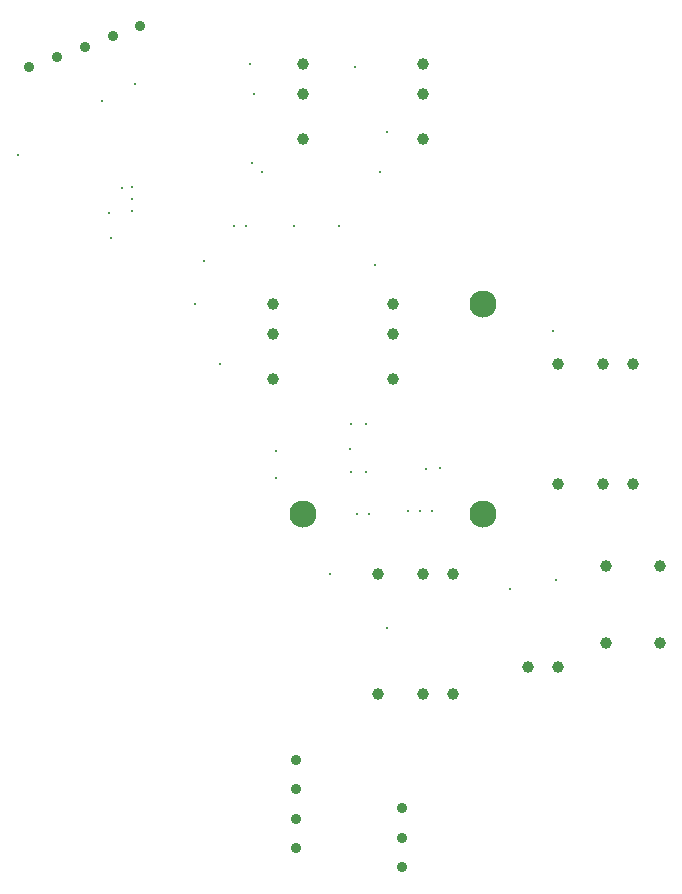
<source format=gbr>
%FSTAX23Y23*%
%MOMM*%
%SFA1B1*%

%IPPOS*%
%ADD48C,0.999998*%
%ADD49C,0.899998*%
%ADD50C,0.999998*%
%ADD51C,0.899998*%
%ADD52C,2.299995*%
%ADD53C,2.299995*%
%ADD54C,2.299995*%
%ADD55C,0.299999*%
%LNthrottlerlidpcb_pth_drill-1*%
%LPD*%
G54D48*
X-2794Y4572D03*
Y4318D03*
X-1778Y3937D03*
Y4318D03*
Y4572D03*
X-2794Y3937D03*
X-3048Y254D03*
Y2286D03*
X-2032Y1905D03*
Y2286D03*
Y254D03*
X-3048Y1905D03*
X-06369Y-05316D03*
X-08869D03*
G54D49*
X-41709Y48939D03*
X-44058Y48084D03*
X-46407Y47229D03*
X-48756Y46374D03*
X-51106Y45519D03*
G54D50*
X-0635Y2032D03*
X0Y1016D03*
X-0254D03*
X-0635D03*
X-0254Y2032D03*
X0D03*
X-02249Y03249D03*
Y-03249D03*
X02249D03*
Y03249D03*
X-2159Y0254D03*
X-1524Y-0762D03*
X-1778D03*
X-2159D03*
X-1778Y0254D03*
X-1524D03*
G54D51*
X-19558Y-22271D03*
Y-19771D03*
Y-17272D03*
X-28557Y-13153D03*
Y-15653D03*
Y-18153D03*
Y-20653D03*
G54D52*
X-2794Y0762D03*
G54D53*
X-127Y0762D03*
G54D54*
X-127Y254D03*
G54D55*
X-44958Y42628D03*
X-23876Y11176D03*
X-23368Y0762D03*
X-30226Y12987D03*
Y10701D03*
X-22352Y0762D03*
X-3143Y36641D03*
X-24892Y32004D03*
X-28702D03*
X-32766D03*
X-43228Y35223D03*
X-42418Y3429D03*
X-33782Y32004D03*
X-32258Y37338D03*
X-36322Y29086D03*
X-21844Y28702D03*
X-23578Y45466D03*
X-34935Y2032D03*
X-06741Y23114D03*
X-21423Y36613D03*
X-20828Y39993D03*
X-25654Y0254D03*
X-22606Y11176D03*
X-37084Y254D03*
X-42197Y44051D03*
X-17526Y1143D03*
X-16342Y11516D03*
X-22606Y1524D03*
X-23876D03*
X-5207Y38056D03*
X-32118Y43194D03*
X-32395Y4572D03*
X-44196Y30988D03*
X-44393Y33154D03*
X-23994Y13151D03*
X-06487Y02032D03*
X-10391Y0127D03*
X-1905Y07874D03*
X-18034D03*
X-17018D03*
X-20828Y-02032D03*
X-42418Y33274D03*
Y35306D03*
M02*
</source>
